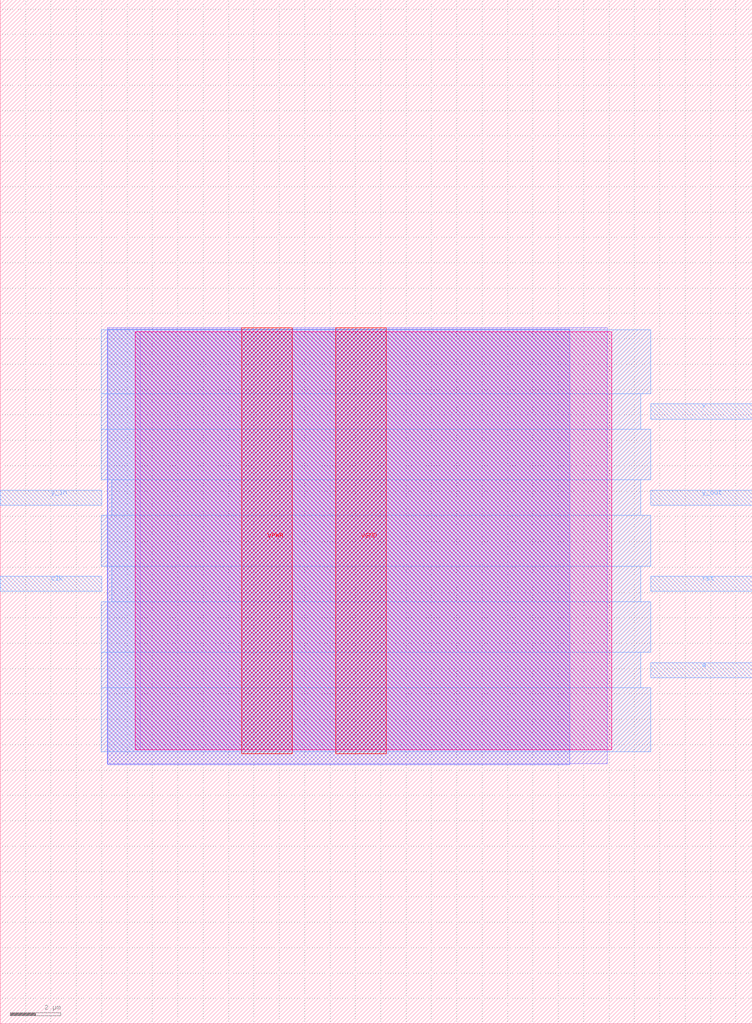
<source format=lef>
VERSION 5.7 ;
  NOWIREEXTENSIONATPIN ON ;
  DIVIDERCHAR "/" ;
  BUSBITCHARS "[]" ;
MACRO delayed_serial_adder
  CLASS BLOCK ;
  FOREIGN delayed_serial_adder ;
  ORIGIN 0.000 0.000 ;
  SIZE 29.645 BY 40.365 ;
  PIN VGND
    DIRECTION INOUT ;
    USE GROUND ;
    PORT
      LAYER met4 ;
        RECT 13.220 10.640 15.220 27.440 ;
    END
  END VGND
  PIN VPWR
    DIRECTION INOUT ;
    USE POWER ;
    PORT
      LAYER met4 ;
        RECT 9.520 10.640 11.520 27.440 ;
    END
  END VPWR
  PIN a
    DIRECTION INPUT ;
    USE SIGNAL ;
    ANTENNAGATEAREA 0.196500 ;
    PORT
      LAYER met3 ;
        RECT 25.645 13.640 29.645 14.240 ;
    END
  END a
  PIN clk
    DIRECTION INPUT ;
    USE SIGNAL ;
    ANTENNAGATEAREA 0.852000 ;
    PORT
      LAYER met3 ;
        RECT 0.000 17.040 4.000 17.640 ;
    END
  END clk
  PIN rst
    DIRECTION INPUT ;
    USE SIGNAL ;
    ANTENNAGATEAREA 0.196500 ;
    PORT
      LAYER met3 ;
        RECT 25.645 17.040 29.645 17.640 ;
    END
  END rst
  PIN x
    DIRECTION INPUT ;
    USE SIGNAL ;
    ANTENNAGATEAREA 0.196500 ;
    PORT
      LAYER met3 ;
        RECT 25.645 23.840 29.645 24.440 ;
    END
  END x
  PIN y_in
    DIRECTION INPUT ;
    USE SIGNAL ;
    ANTENNAGATEAREA 0.196500 ;
    PORT
      LAYER met3 ;
        RECT 0.000 20.440 4.000 21.040 ;
    END
  END y_in
  PIN y_out
    DIRECTION OUTPUT ;
    USE SIGNAL ;
    ANTENNADIFFAREA 0.445500 ;
    PORT
      LAYER met3 ;
        RECT 25.645 20.440 29.645 21.040 ;
    END
  END y_out
  OBS
      LAYER nwell ;
        RECT 5.330 10.795 24.110 27.285 ;
      LAYER li1 ;
        RECT 5.520 10.795 23.920 27.285 ;
      LAYER met1 ;
        RECT 4.210 10.240 23.920 27.440 ;
      LAYER met2 ;
        RECT 4.230 10.210 22.450 27.385 ;
      LAYER met3 ;
        RECT 3.990 24.840 25.645 27.365 ;
        RECT 3.990 23.440 25.245 24.840 ;
        RECT 3.990 21.440 25.645 23.440 ;
        RECT 4.400 20.040 25.245 21.440 ;
        RECT 3.990 18.040 25.645 20.040 ;
        RECT 4.400 16.640 25.245 18.040 ;
        RECT 3.990 14.640 25.645 16.640 ;
        RECT 3.990 13.240 25.245 14.640 ;
        RECT 3.990 10.715 25.645 13.240 ;
  END
END delayed_serial_adder
END LIBRARY


</source>
